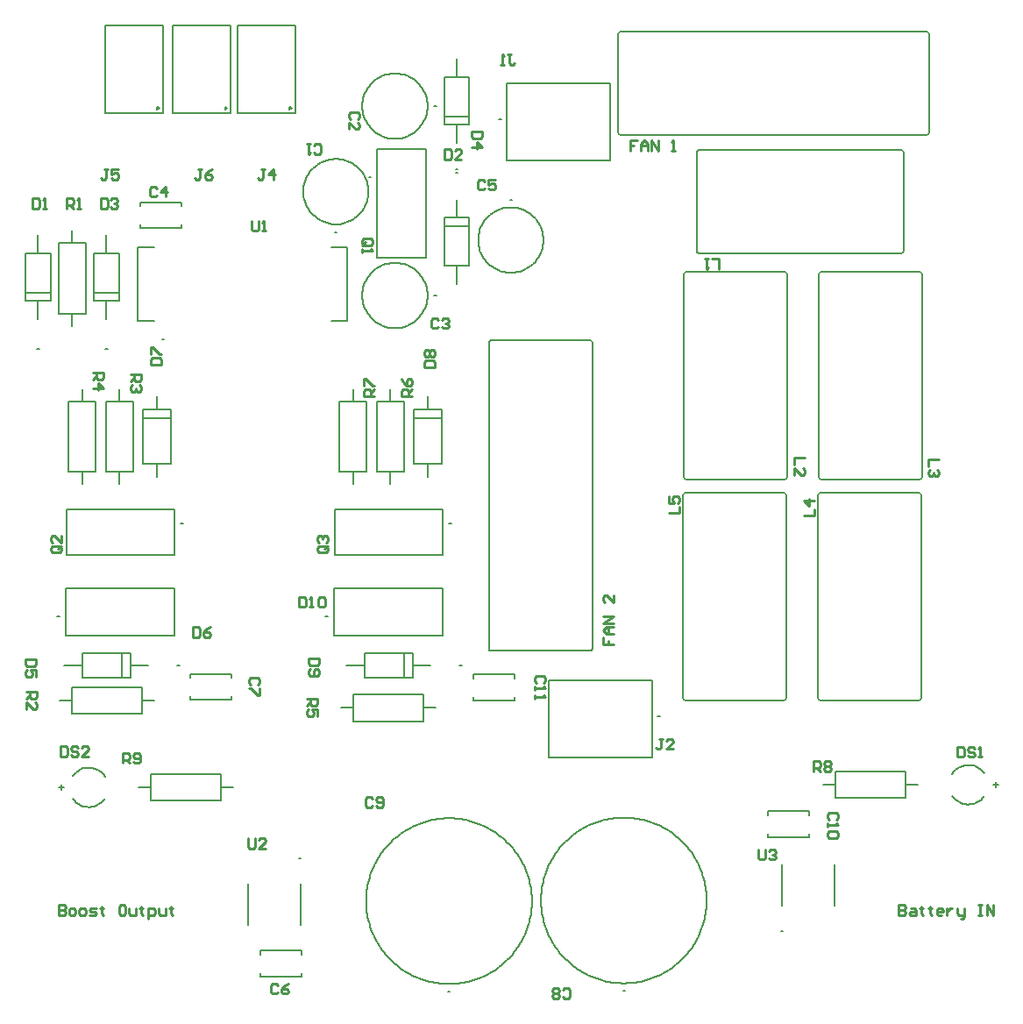
<source format=gto>
G04*
G04 #@! TF.GenerationSoftware,Altium Limited,Altium Designer,23.8.1 (32)*
G04*
G04 Layer_Color=65535*
%FSLAX25Y25*%
%MOIN*%
G70*
G04*
G04 #@! TF.SameCoordinates,330DCB93-C80B-4371-A5EC-CE9DA49BF17F*
G04*
G04*
G04 #@! TF.FilePolarity,Positive*
G04*
G01*
G75*
%ADD10C,0.00709*%
%ADD11C,0.00787*%
%ADD12C,0.00500*%
%ADD13C,0.01000*%
D10*
X330890Y538370D02*
X330183Y538077D01*
X329890Y537370D01*
X448000D02*
X447707Y538077D01*
X447000Y538370D01*
X329890Y500000D02*
X330183Y499293D01*
X330890Y499000D01*
X447000D02*
X447707Y499293D01*
X448000Y500000D01*
X320000Y420000D02*
X319707Y420707D01*
X319000Y421000D01*
Y302890D02*
X319707Y303183D01*
X320000Y303890D01*
X281630Y421000D02*
X280923Y420707D01*
X280630Y420000D01*
Y303890D02*
X280923Y303183D01*
X281630Y302890D01*
X445213Y361870D02*
X444920Y362577D01*
X444213Y362870D01*
Y284130D02*
X444920Y284423D01*
X445213Y285130D01*
X406843Y362870D02*
X406135Y362577D01*
X405842Y361870D01*
Y285130D02*
X406135Y284423D01*
X406843Y284130D01*
X406102Y369130D02*
X406395Y368423D01*
X407102Y368130D01*
Y446870D02*
X406395Y446577D01*
X406102Y445870D01*
X444473Y368130D02*
X445180Y368423D01*
X445472Y369130D01*
Y445870D02*
X445180Y446577D01*
X444473Y446870D01*
X393870Y361870D02*
X393577Y362577D01*
X392870Y362870D01*
Y284130D02*
X393577Y284423D01*
X393870Y285130D01*
X355500Y362870D02*
X354793Y362577D01*
X354500Y361870D01*
Y285130D02*
X354793Y284423D01*
X355500Y284130D01*
X360630Y493370D02*
X359923Y493077D01*
X359630Y492370D01*
X438370D02*
X438077Y493077D01*
X437370Y493370D01*
X359630Y455000D02*
X359923Y454293D01*
X360630Y454000D01*
X437370D02*
X438077Y454293D01*
X438370Y455000D01*
X354760Y369130D02*
X355053Y368423D01*
X355760Y368130D01*
Y446870D02*
X355053Y446577D01*
X354760Y445870D01*
X393130Y368130D02*
X393837Y368423D01*
X394130Y369130D01*
Y445870D02*
X393837Y446577D01*
X393130Y446870D01*
X448000Y500000D02*
Y537370D01*
X329890Y500000D02*
Y537370D01*
X330890Y538370D02*
X447000D01*
X330890Y499000D02*
X447000D01*
X281630Y302890D02*
X319000D01*
X281630Y421000D02*
X319000D01*
X320000Y303890D02*
Y420000D01*
X280630Y303890D02*
Y420000D01*
X445213Y285130D02*
Y361870D01*
X405842Y285130D02*
Y361870D01*
X406843Y284130D02*
X444213D01*
X406843Y362870D02*
X444213D01*
X406102Y369130D02*
Y445870D01*
X445472Y369130D02*
Y445870D01*
X407102Y446870D02*
X444473D01*
X407102Y368130D02*
X444473D01*
X393870Y285130D02*
Y361870D01*
X354500Y285130D02*
Y361870D01*
X355500Y284130D02*
X392870D01*
X355500Y362870D02*
X392870D01*
X360630Y493370D02*
X437370D01*
X360630Y454000D02*
X437370D01*
X438370Y455000D02*
Y492370D01*
X359630Y455000D02*
Y492370D01*
X354760Y369130D02*
Y445870D01*
X394130Y369130D02*
Y445870D01*
X355760Y446870D02*
X393130D01*
X355760Y368130D02*
X393130D01*
D11*
X345598Y278000D02*
X344811D01*
X345598D01*
X266348Y351248D02*
X265561D01*
X266348D01*
X260669Y438000D02*
X259882D01*
X260669D01*
X456780Y247844D02*
X457412Y247027D01*
X458151Y246304D01*
X458982Y245691D01*
X459889Y245197D01*
X460856Y244833D01*
X461864Y244606D01*
X462894Y244520D01*
X463925Y244577D01*
X464939Y244775D01*
X465916Y245111D01*
X466837Y245579D01*
X467685Y246169D01*
X468444Y246870D01*
X469099Y247669D01*
Y256331D02*
X468444Y257130D01*
X467685Y257831D01*
X466837Y258421D01*
X465916Y258889D01*
X464939Y259225D01*
X463925Y259423D01*
X462894Y259480D01*
X461864Y259394D01*
X460856Y259167D01*
X459889Y258803D01*
X458982Y258309D01*
X458151Y257696D01*
X457412Y256973D01*
X456780Y256156D01*
X268894Y484539D02*
X268106D01*
X268894D01*
X235894Y483000D02*
X235106D01*
X235894D01*
X260669Y510000D02*
X259882D01*
X260669D01*
X392531Y196244D02*
X391744D01*
X392531D01*
X219282Y315964D02*
X218494D01*
X219282D01*
X332394Y173551D02*
X331606D01*
X332394D01*
X265894Y173287D02*
X265106D01*
X265894D01*
X164348Y351248D02*
X163561D01*
X164348D01*
X163008Y297248D02*
X162221D01*
X163008D01*
X117281Y315964D02*
X116494D01*
X117281D01*
X157079Y421240D02*
X156291D01*
X157079D01*
X270354Y297248D02*
X269567D01*
X270354D01*
X109652Y417539D02*
X108864D01*
X109652D01*
X135652D02*
X134864D01*
X135652D01*
X222894Y462146D02*
X222106D01*
X222894D01*
X268894Y485961D02*
X268106D01*
X268894D01*
X289394Y474433D02*
X288606D01*
X289394D01*
X285347Y505000D02*
X284559D01*
X285347D01*
X134720Y255156D02*
X134088Y255973D01*
X133349Y256696D01*
X132518Y257309D01*
X131611Y257803D01*
X130644Y258167D01*
X129636Y258394D01*
X128606Y258480D01*
X127575Y258423D01*
X126561Y258225D01*
X125584Y257889D01*
X124663Y257421D01*
X123815Y256831D01*
X123056Y256130D01*
X122401Y255331D01*
Y246669D02*
X123056Y245870D01*
X123815Y245169D01*
X124663Y244579D01*
X125584Y244111D01*
X126561Y243775D01*
X127575Y243577D01*
X128606Y243520D01*
X129636Y243606D01*
X130644Y243833D01*
X131611Y244197D01*
X132518Y244691D01*
X133349Y245304D01*
X134088Y246027D01*
X134720Y246844D01*
X209256Y224000D02*
X208469D01*
X209256D01*
X472331Y252000D02*
X474299D01*
X473315Y251016D02*
Y252984D01*
X117201Y251000D02*
X119169D01*
X118185Y250016D02*
Y251984D01*
D12*
X257323Y438000D02*
X257283Y438998D01*
X257162Y439989D01*
X256962Y440968D01*
X256685Y441927D01*
X256330Y442861D01*
X255902Y443763D01*
X255403Y444628D01*
X254836Y445450D01*
X254204Y446224D01*
X253512Y446944D01*
X252765Y447606D01*
X251966Y448206D01*
X251122Y448740D01*
X250238Y449204D01*
X249319Y449596D01*
X248372Y449912D01*
X247402Y450151D01*
X246416Y450311D01*
X245421Y450391D01*
X244422D01*
X243426Y450311D01*
X242441Y450151D01*
X241471Y449912D01*
X240524Y449596D01*
X239605Y449204D01*
X238720Y448740D01*
X237876Y448206D01*
X237078Y447606D01*
X236330Y446944D01*
X235638Y446224D01*
X235007Y445450D01*
X234440Y444628D01*
X233940Y443763D01*
X233512Y442861D01*
X233158Y441927D01*
X232880Y440968D01*
X232680Y439989D01*
X232560Y438998D01*
X232520Y438000D01*
X232560Y437002D01*
X232680Y436011D01*
X232880Y435032D01*
X233158Y434073D01*
X233512Y433139D01*
X233940Y432237D01*
X234440Y431372D01*
X235007Y430550D01*
X235639Y429776D01*
X236330Y429056D01*
X237078Y428394D01*
X237876Y427794D01*
X238720Y427260D01*
X239605Y426796D01*
X240524Y426404D01*
X241471Y426088D01*
X242441Y425849D01*
X243426Y425689D01*
X244422Y425608D01*
X245421D01*
X246416Y425689D01*
X247402Y425849D01*
X248372Y426088D01*
X249319Y426404D01*
X250238Y426796D01*
X251122Y427260D01*
X251966Y427794D01*
X252765Y428394D01*
X253512Y429056D01*
X254204Y429776D01*
X254836Y430550D01*
X255403Y431372D01*
X255902Y432237D01*
X256330Y433139D01*
X256685Y434073D01*
X256962Y435032D01*
X257162Y436011D01*
X257283Y437002D01*
X257323Y438000D01*
Y510000D02*
X257283Y510998D01*
X257162Y511989D01*
X256962Y512968D01*
X256685Y513927D01*
X256330Y514861D01*
X255902Y515763D01*
X255403Y516628D01*
X254836Y517450D01*
X254204Y518224D01*
X253512Y518944D01*
X252765Y519606D01*
X251966Y520206D01*
X251122Y520740D01*
X250238Y521204D01*
X249319Y521596D01*
X248372Y521912D01*
X247402Y522151D01*
X246416Y522311D01*
X245421Y522392D01*
X244422D01*
X243426Y522311D01*
X242441Y522151D01*
X241471Y521912D01*
X240524Y521596D01*
X239605Y521204D01*
X238720Y520740D01*
X237876Y520206D01*
X237078Y519606D01*
X236330Y518944D01*
X235638Y518224D01*
X235007Y517450D01*
X234440Y516628D01*
X233940Y515763D01*
X233512Y514861D01*
X233158Y513927D01*
X232880Y512968D01*
X232680Y511989D01*
X232560Y510998D01*
X232520Y510000D01*
X232560Y509002D01*
X232680Y508011D01*
X232880Y507032D01*
X233158Y506073D01*
X233512Y505139D01*
X233940Y504237D01*
X234440Y503372D01*
X235007Y502550D01*
X235639Y501776D01*
X236330Y501056D01*
X237078Y500394D01*
X237876Y499794D01*
X238720Y499260D01*
X239605Y498796D01*
X240524Y498404D01*
X241471Y498088D01*
X242441Y497849D01*
X243426Y497689D01*
X244422Y497609D01*
X245421D01*
X246416Y497689D01*
X247402Y497849D01*
X248372Y498088D01*
X249319Y498404D01*
X250238Y498796D01*
X251122Y499260D01*
X251966Y499794D01*
X252765Y500394D01*
X253512Y501056D01*
X254204Y501776D01*
X254836Y502550D01*
X255403Y503372D01*
X255902Y504237D01*
X256330Y505139D01*
X256685Y506073D01*
X256962Y507032D01*
X257162Y508011D01*
X257283Y509002D01*
X257323Y510000D01*
X205612Y509205D02*
X204777Y509687D01*
Y508722D01*
X205612Y509205D01*
X363496Y208000D02*
X363480Y208999D01*
X363433Y209998D01*
X363353Y210994D01*
X363243Y211987D01*
X363100Y212976D01*
X362927Y213961D01*
X362722Y214939D01*
X362487Y215910D01*
X362220Y216874D01*
X361924Y217828D01*
X361597Y218772D01*
X361240Y219706D01*
X360854Y220628D01*
X360439Y221537D01*
X359995Y222432D01*
X359523Y223313D01*
X359023Y224179D01*
X358496Y225028D01*
X357943Y225860D01*
X357363Y226674D01*
X356758Y227470D01*
X356127Y228245D01*
X355473Y229001D01*
X354795Y229735D01*
X354094Y230447D01*
X353370Y231137D01*
X352625Y231803D01*
X351860Y232446D01*
X351074Y233063D01*
X350270Y233656D01*
X349446Y234223D01*
X348605Y234763D01*
X347748Y235276D01*
X346875Y235762D01*
X345986Y236220D01*
X345084Y236650D01*
X344168Y237051D01*
X343240Y237422D01*
X342301Y237764D01*
X341352Y238076D01*
X340393Y238357D01*
X339425Y238608D01*
X338451Y238828D01*
X337469Y239018D01*
X336482Y239176D01*
X335491Y239302D01*
X334496Y239397D01*
X333499Y239460D01*
X332500Y239492D01*
X331500D01*
X330501Y239460D01*
X329504Y239397D01*
X328509Y239302D01*
X327518Y239176D01*
X326531Y239018D01*
X325549Y238828D01*
X324574Y238608D01*
X323607Y238357D01*
X322648Y238076D01*
X321699Y237764D01*
X320760Y237422D01*
X319832Y237051D01*
X318916Y236650D01*
X318014Y236220D01*
X317125Y235762D01*
X316252Y235276D01*
X315394Y234763D01*
X314554Y234223D01*
X313731Y233656D01*
X312926Y233063D01*
X312140Y232446D01*
X311374Y231803D01*
X310630Y231137D01*
X309906Y230447D01*
X309205Y229735D01*
X308527Y229001D01*
X307873Y228245D01*
X307242Y227470D01*
X306637Y226674D01*
X306057Y225860D01*
X305504Y225028D01*
X304977Y224179D01*
X304477Y223313D01*
X304005Y222432D01*
X303561Y221537D01*
X303146Y220628D01*
X302760Y219706D01*
X302403Y218772D01*
X302077Y217828D01*
X301780Y216874D01*
X301513Y215910D01*
X301278Y214939D01*
X301073Y213961D01*
X300900Y212977D01*
X300757Y211987D01*
X300647Y210994D01*
X300567Y209998D01*
X300520Y208999D01*
X300504Y208000D01*
X300520Y207001D01*
X300567Y206002D01*
X300646Y205006D01*
X300757Y204013D01*
X300900Y203024D01*
X301073Y202039D01*
X301278Y201061D01*
X301513Y200090D01*
X301780Y199127D01*
X302077Y198172D01*
X302403Y197228D01*
X302760Y196294D01*
X303146Y195372D01*
X303561Y194463D01*
X304005Y193568D01*
X304477Y192687D01*
X304977Y191821D01*
X305504Y190972D01*
X306057Y190140D01*
X306637Y189326D01*
X307242Y188531D01*
X307873Y187755D01*
X308527Y186999D01*
X309205Y186265D01*
X309906Y185553D01*
X310630Y184863D01*
X311374Y184197D01*
X312140Y183554D01*
X312926Y182937D01*
X313730Y182344D01*
X314554Y181777D01*
X315394Y181237D01*
X316252Y180724D01*
X317125Y180238D01*
X318014Y179780D01*
X318916Y179350D01*
X319831Y178949D01*
X320759Y178578D01*
X321698Y178236D01*
X322648Y177924D01*
X323607Y177643D01*
X324574Y177392D01*
X325549Y177172D01*
X326531Y176982D01*
X327517Y176824D01*
X328509Y176698D01*
X329504Y176603D01*
X330501Y176540D01*
X331500Y176508D01*
X332500Y176508D01*
X333498Y176540D01*
X334496Y176603D01*
X335491Y176698D01*
X336482Y176824D01*
X337469Y176982D01*
X338450Y177172D01*
X339425Y177392D01*
X340393Y177643D01*
X341352Y177924D01*
X342301Y178236D01*
X343240Y178578D01*
X344168Y178949D01*
X345084Y179350D01*
X345986Y179780D01*
X346874Y180238D01*
X347748Y180724D01*
X348605Y181237D01*
X349446Y181777D01*
X350269Y182344D01*
X351074Y182937D01*
X351860Y183554D01*
X352625Y184197D01*
X353370Y184863D01*
X354094Y185553D01*
X354795Y186265D01*
X355473Y186999D01*
X356127Y187754D01*
X356757Y188530D01*
X357363Y189325D01*
X357942Y190140D01*
X358496Y190972D01*
X359023Y191821D01*
X359523Y192686D01*
X359995Y193567D01*
X360438Y194463D01*
X360854Y195372D01*
X361240Y196294D01*
X361596Y197227D01*
X361923Y198172D01*
X362220Y199126D01*
X362487Y200090D01*
X362722Y201061D01*
X362927Y202039D01*
X363100Y203023D01*
X363243Y204012D01*
X363353Y205006D01*
X363433Y206002D01*
X363480Y207000D01*
X363496Y208000D01*
X296996Y207736D02*
X296980Y208735D01*
X296933Y209734D01*
X296853Y210730D01*
X296743Y211723D01*
X296600Y212713D01*
X296427Y213697D01*
X296222Y214675D01*
X295987Y215646D01*
X295720Y216610D01*
X295424Y217564D01*
X295097Y218509D01*
X294740Y219442D01*
X294354Y220364D01*
X293939Y221273D01*
X293495Y222169D01*
X293023Y223049D01*
X292523Y223915D01*
X291996Y224764D01*
X291443Y225596D01*
X290863Y226411D01*
X290258Y227206D01*
X289627Y227981D01*
X288973Y228737D01*
X288295Y229471D01*
X287594Y230183D01*
X286870Y230873D01*
X286125Y231539D01*
X285360Y232182D01*
X284574Y232800D01*
X283769Y233392D01*
X282946Y233959D01*
X282105Y234499D01*
X281248Y235013D01*
X280375Y235498D01*
X279486Y235957D01*
X278584Y236386D01*
X277668Y236787D01*
X276741Y237158D01*
X275801Y237500D01*
X274852Y237812D01*
X273893Y238093D01*
X272925Y238345D01*
X271951Y238565D01*
X270969Y238754D01*
X269982Y238912D01*
X268991Y239038D01*
X267996Y239133D01*
X266999Y239197D01*
X266000Y239228D01*
X265000D01*
X264001Y239197D01*
X263004Y239133D01*
X262009Y239038D01*
X261018Y238912D01*
X260031Y238754D01*
X259049Y238565D01*
X258074Y238345D01*
X257107Y238093D01*
X256148Y237812D01*
X255199Y237500D01*
X254259Y237158D01*
X253332Y236787D01*
X252416Y236386D01*
X251514Y235957D01*
X250625Y235498D01*
X249752Y235013D01*
X248895Y234499D01*
X248054Y233959D01*
X247231Y233392D01*
X246426Y232800D01*
X245640Y232182D01*
X244875Y231539D01*
X244130Y230873D01*
X243406Y230183D01*
X242705Y229471D01*
X242027Y228737D01*
X241373Y227981D01*
X240742Y227206D01*
X240137Y226411D01*
X239557Y225596D01*
X239004Y224764D01*
X238477Y223915D01*
X237977Y223049D01*
X237505Y222169D01*
X237061Y221273D01*
X236646Y220364D01*
X236260Y219442D01*
X235903Y218509D01*
X235577Y217564D01*
X235280Y216610D01*
X235013Y215646D01*
X234778Y214675D01*
X234573Y213697D01*
X234400Y212713D01*
X234257Y211723D01*
X234147Y210730D01*
X234067Y209734D01*
X234020Y208736D01*
X234004Y207736D01*
X234020Y206737D01*
X234067Y205739D01*
X234146Y204742D01*
X234257Y203749D01*
X234400Y202760D01*
X234573Y201776D01*
X234778Y200797D01*
X235013Y199826D01*
X235280Y198863D01*
X235577Y197908D01*
X235903Y196964D01*
X236260Y196030D01*
X236646Y195109D01*
X237061Y194200D01*
X237505Y193304D01*
X237977Y192423D01*
X238477Y191558D01*
X239004Y190708D01*
X239557Y189876D01*
X240137Y189062D01*
X240742Y188267D01*
X241372Y187491D01*
X242027Y186736D01*
X242705Y186002D01*
X243406Y185289D01*
X244129Y184600D01*
X244874Y183933D01*
X245640Y183291D01*
X246426Y182673D01*
X247230Y182080D01*
X248054Y181514D01*
X248894Y180973D01*
X249752Y180460D01*
X250625Y179974D01*
X251514Y179516D01*
X252416Y179086D01*
X253331Y178686D01*
X254259Y178314D01*
X255199Y177972D01*
X256148Y177661D01*
X257107Y177379D01*
X258074Y177128D01*
X259049Y176908D01*
X260031Y176719D01*
X261017Y176561D01*
X262009Y176434D01*
X263004Y176339D01*
X264001Y176276D01*
X265000Y176244D01*
X266000Y176244D01*
X266998Y176276D01*
X267996Y176339D01*
X268991Y176434D01*
X269982Y176561D01*
X270969Y176719D01*
X271950Y176908D01*
X272925Y177128D01*
X273893Y177379D01*
X274852Y177661D01*
X275801Y177972D01*
X276740Y178314D01*
X277668Y178686D01*
X278584Y179086D01*
X279486Y179516D01*
X280374Y179974D01*
X281248Y180460D01*
X282105Y180973D01*
X282946Y181513D01*
X283769Y182080D01*
X284574Y182673D01*
X285360Y183291D01*
X286125Y183933D01*
X286870Y184599D01*
X287594Y185289D01*
X288295Y186001D01*
X288973Y186735D01*
X289627Y187491D01*
X290257Y188266D01*
X290863Y189062D01*
X291442Y189876D01*
X291996Y190708D01*
X292523Y191557D01*
X293023Y192423D01*
X293495Y193304D01*
X293938Y194199D01*
X294354Y195108D01*
X294740Y196030D01*
X295096Y196964D01*
X295423Y197908D01*
X295720Y198862D01*
X295987Y199826D01*
X296222Y200797D01*
X296427Y201775D01*
X296600Y202759D01*
X296743Y203749D01*
X296853Y204742D01*
X296933Y205738D01*
X296980Y206736D01*
X296996Y207736D01*
X181108Y509205D02*
X180273Y509687D01*
Y508722D01*
X181108Y509205D01*
X155360D02*
X154525Y509687D01*
Y508722D01*
X155360Y509205D01*
X234902Y477500D02*
X234861Y478498D01*
X234741Y479489D01*
X234541Y480468D01*
X234263Y481427D01*
X233909Y482361D01*
X233481Y483263D01*
X232982Y484128D01*
X232414Y484950D01*
X231783Y485724D01*
X231091Y486444D01*
X230343Y487106D01*
X229545Y487706D01*
X228701Y488240D01*
X227817Y488704D01*
X226898Y489096D01*
X225950Y489412D01*
X224981Y489651D01*
X223995Y489811D01*
X222999Y489891D01*
X222001D01*
X221005Y489811D01*
X220019Y489651D01*
X219050Y489412D01*
X218102Y489096D01*
X217183Y488704D01*
X216299Y488240D01*
X215455Y487706D01*
X214657Y487106D01*
X213909Y486444D01*
X213217Y485724D01*
X212586Y484950D01*
X212018Y484128D01*
X211519Y483263D01*
X211091Y482361D01*
X210737Y481427D01*
X210459Y480468D01*
X210259Y479489D01*
X210139Y478498D01*
X210098Y477500D01*
X210139Y476502D01*
X210259Y475511D01*
X210459Y474532D01*
X210737Y473573D01*
X211091Y472639D01*
X211519Y471737D01*
X212018Y470872D01*
X212586Y470050D01*
X213217Y469276D01*
X213909Y468556D01*
X214657Y467894D01*
X215455Y467294D01*
X216299Y466760D01*
X217184Y466296D01*
X218102Y465904D01*
X219050Y465588D01*
X220019Y465349D01*
X221005Y465189D01*
X222001Y465108D01*
X222999D01*
X223995Y465189D01*
X224981Y465349D01*
X225950Y465588D01*
X226898Y465904D01*
X227817Y466296D01*
X228701Y466760D01*
X229545Y467294D01*
X230343Y467894D01*
X231091Y468556D01*
X231783Y469276D01*
X232414Y470050D01*
X232982Y470872D01*
X233481Y471737D01*
X233909Y472639D01*
X234263Y473573D01*
X234541Y474532D01*
X234741Y475511D01*
X234861Y476502D01*
X234902Y477500D01*
X301402Y459079D02*
X301361Y460077D01*
X301241Y461068D01*
X301041Y462047D01*
X300763Y463006D01*
X300409Y463940D01*
X299981Y464842D01*
X299482Y465707D01*
X298914Y466529D01*
X298283Y467303D01*
X297591Y468023D01*
X296843Y468685D01*
X296045Y469285D01*
X295201Y469819D01*
X294317Y470283D01*
X293398Y470674D01*
X292450Y470991D01*
X291481Y471230D01*
X290495Y471390D01*
X289499Y471470D01*
X288501D01*
X287505Y471390D01*
X286519Y471230D01*
X285550Y470991D01*
X284602Y470674D01*
X283683Y470283D01*
X282799Y469819D01*
X281955Y469285D01*
X281157Y468685D01*
X280409Y468023D01*
X279717Y467303D01*
X279086Y466529D01*
X278518Y465707D01*
X278019Y464842D01*
X277591Y463940D01*
X277237Y463006D01*
X276959Y462047D01*
X276759Y461068D01*
X276639Y460077D01*
X276598Y459079D01*
X276639Y458081D01*
X276759Y457089D01*
X276959Y456111D01*
X277237Y455152D01*
X277591Y454218D01*
X278019Y453315D01*
X278518Y452451D01*
X279086Y451629D01*
X279717Y450855D01*
X280409Y450135D01*
X281157Y449472D01*
X281955Y448872D01*
X282799Y448339D01*
X283684Y447874D01*
X284602Y447483D01*
X285550Y447167D01*
X286519Y446928D01*
X287505Y446768D01*
X288501Y446687D01*
X289499D01*
X290495Y446768D01*
X291481Y446928D01*
X292450Y447167D01*
X293398Y447483D01*
X294317Y447874D01*
X295201Y448339D01*
X296045Y448873D01*
X296843Y449472D01*
X297591Y450135D01*
X298283Y450855D01*
X298914Y451629D01*
X299482Y452451D01*
X299981Y453315D01*
X300409Y454218D01*
X300763Y455152D01*
X301041Y456111D01*
X301241Y457089D01*
X301361Y458081D01*
X301402Y459079D01*
X303472Y262252D02*
Y291779D01*
X342843D01*
Y262252D02*
Y291779D01*
X303472Y262252D02*
X342843D01*
X263002Y339309D02*
Y356809D01*
X221998Y339309D02*
X263002D01*
X221998D02*
Y356809D01*
X263002D01*
X439232Y246882D02*
Y252000D01*
Y257118D01*
X412461D02*
X439232D01*
X412461Y252000D02*
Y257118D01*
Y246882D02*
Y252000D01*
Y246882D02*
X439232D01*
Y252000D02*
X443878D01*
X407815D02*
X412461D01*
X268500Y495996D02*
Y502886D01*
Y521114D02*
Y528004D01*
X263825Y502886D02*
Y521114D01*
X268500D01*
X273175D01*
Y502886D02*
Y521114D01*
X268500Y502886D02*
X273175D01*
X263825D02*
X268500D01*
X264000Y506000D02*
X273000D01*
X238256Y493748D02*
X256760D01*
X238256Y452252D02*
Y493748D01*
Y452252D02*
X256760D01*
Y493748D01*
X193626Y188921D02*
X209374D01*
X193626Y179079D02*
X209374D01*
Y187524D02*
Y188921D01*
X193626Y187524D02*
Y188921D01*
X209374Y179079D02*
Y180476D01*
X193626Y179079D02*
Y180476D01*
X386626Y241921D02*
X402374D01*
X386626Y232079D02*
X402374D01*
Y240524D02*
Y241921D01*
X386626Y240524D02*
Y241921D01*
X402374Y232079D02*
Y233476D01*
X386626Y232079D02*
Y233476D01*
X411941Y205870D02*
Y221618D01*
X392059Y205870D02*
Y221618D01*
X221831Y308712D02*
X263169D01*
Y326783D01*
X221831D02*
X263169D01*
X221831Y308712D02*
Y326783D01*
X185016Y507354D02*
X206984D01*
X185016Y540819D02*
X206984D01*
X185016Y507354D02*
Y540819D01*
X206984Y507354D02*
Y540819D01*
X160512Y507354D02*
X182480D01*
X160512Y540819D02*
X182480D01*
X160512Y507354D02*
Y540819D01*
X182480Y507354D02*
Y540819D01*
X134764Y507354D02*
X156732D01*
X134764Y540819D02*
X156732D01*
X134764Y507354D02*
Y540819D01*
X156732Y507354D02*
Y540819D01*
X148732Y278882D02*
Y284000D01*
Y289118D01*
X121961D02*
X148732D01*
X121961Y284000D02*
Y289118D01*
Y278882D02*
Y284000D01*
Y278882D02*
X148732D01*
Y284000D02*
X153378D01*
X117315D02*
X121961D01*
X161002Y339309D02*
Y356809D01*
X119998Y339309D02*
X161002D01*
X119998D02*
Y356809D01*
X161002D01*
X167126Y284326D02*
X182874D01*
X167126Y294169D02*
X182874D01*
X167126Y284326D02*
Y285724D01*
X182874Y284326D02*
Y285724D01*
X167126Y292771D02*
Y294169D01*
X182874Y292771D02*
Y294169D01*
X144268Y297248D02*
X151157D01*
X119150D02*
X126039D01*
Y292572D02*
X144268D01*
X126039D02*
Y297248D01*
Y301923D01*
X144268D01*
Y297248D02*
Y301923D01*
Y292572D02*
Y297248D01*
X141154Y292748D02*
Y301748D01*
X119831Y308712D02*
X161169D01*
Y326783D01*
X119831D02*
X161169D01*
X119831Y308712D02*
Y326783D01*
X147236Y428484D02*
X153311D01*
X147236D02*
Y456516D01*
X153311D01*
X220689D02*
X226764D01*
Y428484D02*
Y456516D01*
X220689Y428484D02*
X226764D01*
X126000Y397634D02*
X131118D01*
X120882D02*
X126000D01*
X120882Y370862D02*
Y397634D01*
Y370862D02*
X126000D01*
X131118D01*
Y397634D01*
X126000D02*
Y402279D01*
Y366216D02*
Y370862D01*
X140152Y397634D02*
X145270D01*
X135034D02*
X140152D01*
X135034Y370862D02*
Y397634D01*
Y370862D02*
X140152D01*
X145270D01*
Y397634D01*
X140152D02*
Y402279D01*
Y366216D02*
Y370862D01*
X154500Y368992D02*
Y374110D01*
Y394582D02*
Y399700D01*
Y374110D02*
X159815D01*
X149185D02*
X154500D01*
X149185Y394582D02*
X154500D01*
X159815D01*
X149185Y391334D02*
X159815D01*
X149185Y374110D02*
Y391334D01*
Y394582D01*
X159815Y391334D02*
Y394582D01*
Y374110D02*
Y391334D01*
X257500Y368992D02*
Y374110D01*
Y394582D02*
Y399700D01*
Y374110D02*
X262815D01*
X252185D02*
X257500D01*
X252185Y394582D02*
X257500D01*
X262815D01*
X252185Y391334D02*
X262815D01*
X252185Y374110D02*
Y391334D01*
Y394582D01*
X262815Y391334D02*
Y394582D01*
Y374110D02*
Y391334D01*
X229000Y397634D02*
X234118D01*
X223882D02*
X229000D01*
X223882Y370862D02*
Y397634D01*
Y370862D02*
X229000D01*
X234118D01*
Y397634D01*
X229000D02*
Y402279D01*
Y366216D02*
Y370862D01*
X243152Y397634D02*
X248270D01*
X238034D02*
X243152D01*
X238034Y370862D02*
Y397634D01*
Y370862D02*
X243152D01*
X248270D01*
Y397634D01*
X243152D02*
Y402279D01*
Y366216D02*
Y370862D01*
X255886Y276130D02*
Y281248D01*
Y286366D01*
X229114D02*
X255886D01*
X229114Y281248D02*
Y286366D01*
Y276130D02*
Y281248D01*
Y276130D02*
X255886D01*
Y281248D02*
X260531D01*
X224468D02*
X229114D01*
X251614Y297248D02*
X258504D01*
X226496D02*
X233386D01*
Y292572D02*
X251614D01*
X233386D02*
Y297248D01*
Y301923D01*
X251614D01*
Y297248D02*
Y301923D01*
Y292572D02*
Y297248D01*
X248500Y292748D02*
Y301748D01*
X274626Y284079D02*
X290374D01*
X274626Y293921D02*
X290374D01*
X274626Y284079D02*
Y285476D01*
X290374Y284079D02*
Y285476D01*
X274626Y292524D02*
Y293921D01*
X290374Y292524D02*
Y293921D01*
X109258Y428996D02*
Y435886D01*
Y454114D02*
Y461004D01*
X104583Y435886D02*
Y454114D01*
X109258D01*
X113933D01*
Y435886D02*
Y454114D01*
X109258Y435886D02*
X113933D01*
X104583D02*
X109258D01*
X104758Y439000D02*
X113758D01*
X117140Y431114D02*
X122258D01*
X127376D01*
Y457886D01*
X122258D02*
X127376D01*
X117140D02*
X122258D01*
X117140Y431114D02*
Y457886D01*
X122258Y426469D02*
Y431114D01*
Y457886D02*
Y462532D01*
X135258Y428996D02*
Y435886D01*
Y454114D02*
Y461004D01*
X130583Y435886D02*
Y454114D01*
X135258D01*
X139933D01*
Y435886D02*
Y454114D01*
X135258Y435886D02*
X139933D01*
X130583D02*
X135258D01*
X130758Y439000D02*
X139758D01*
X148126Y473421D02*
X163874D01*
X148126Y463579D02*
X163874D01*
Y472024D02*
Y473421D01*
X148126Y472024D02*
Y473421D01*
X163874Y463579D02*
Y464976D01*
X148126Y463579D02*
Y464976D01*
X268500Y467614D02*
Y474504D01*
Y442496D02*
Y449386D01*
X273175D02*
Y467614D01*
X268500Y449386D02*
X273175D01*
X263825D02*
X268500D01*
X263825D02*
Y467614D01*
X268500D01*
X273175D01*
X264000Y464500D02*
X273000D01*
X287315Y489252D02*
X326685D01*
X287315D02*
Y518780D01*
X326685D01*
Y489252D02*
Y518780D01*
X152114Y251000D02*
Y256118D01*
Y245882D02*
Y251000D01*
Y245882D02*
X178886D01*
Y251000D01*
Y256118D01*
X152114D02*
X178886D01*
X147468Y251000D02*
X152114D01*
X178886D02*
X183531D01*
X189059Y198626D02*
Y214374D01*
X208941Y198626D02*
Y214374D01*
D13*
X117000Y206248D02*
Y202312D01*
X118968D01*
X119624Y202968D01*
Y203624D01*
X118968Y204280D01*
X117000D01*
X118968D01*
X119624Y204936D01*
Y205592D01*
X118968Y206248D01*
X117000D01*
X121592Y202312D02*
X122904D01*
X123560Y202968D01*
Y204280D01*
X122904Y204936D01*
X121592D01*
X120936Y204280D01*
Y202968D01*
X121592Y202312D01*
X125527D02*
X126839D01*
X127495Y202968D01*
Y204280D01*
X126839Y204936D01*
X125527D01*
X124872Y204280D01*
Y202968D01*
X125527Y202312D01*
X128807D02*
X130775D01*
X131431Y202968D01*
X130775Y203624D01*
X129463D01*
X128807Y204280D01*
X129463Y204936D01*
X131431D01*
X133399Y205592D02*
Y204936D01*
X132743D01*
X134055D01*
X133399D01*
Y202968D01*
X134055Y202312D01*
X141926Y206248D02*
X140614D01*
X139959Y205592D01*
Y202968D01*
X140614Y202312D01*
X141926D01*
X142582Y202968D01*
Y205592D01*
X141926Y206248D01*
X143894Y204936D02*
Y202968D01*
X144550Y202312D01*
X146518D01*
Y204936D01*
X148486Y205592D02*
Y204936D01*
X147830D01*
X149142D01*
X148486D01*
Y202968D01*
X149142Y202312D01*
X151110Y201000D02*
Y204936D01*
X153078D01*
X153734Y204280D01*
Y202968D01*
X153078Y202312D01*
X151110D01*
X155045Y204936D02*
Y202968D01*
X155701Y202312D01*
X157669D01*
Y204936D01*
X159637Y205592D02*
Y204936D01*
X158981D01*
X160293D01*
X159637D01*
Y202968D01*
X160293Y202312D01*
X436500Y206248D02*
Y202312D01*
X438468D01*
X439124Y202968D01*
Y203624D01*
X438468Y204280D01*
X436500D01*
X438468D01*
X439124Y204936D01*
Y205592D01*
X438468Y206248D01*
X436500D01*
X441092Y204936D02*
X442404D01*
X443060Y204280D01*
Y202312D01*
X441092D01*
X440436Y202968D01*
X441092Y203624D01*
X443060D01*
X445027Y205592D02*
Y204936D01*
X444372D01*
X445683D01*
X445027D01*
Y202968D01*
X445683Y202312D01*
X448307Y205592D02*
Y204936D01*
X447651D01*
X448963D01*
X448307D01*
Y202968D01*
X448963Y202312D01*
X452899D02*
X451587D01*
X450931Y202968D01*
Y204280D01*
X451587Y204936D01*
X452899D01*
X453555Y204280D01*
Y203624D01*
X450931D01*
X454867Y204936D02*
Y202312D01*
Y203624D01*
X455523Y204280D01*
X456179Y204936D01*
X456835D01*
X458803D02*
Y202968D01*
X459458Y202312D01*
X461426D01*
Y201656D01*
X460770Y201000D01*
X460114D01*
X461426Y202312D02*
Y204936D01*
X466674Y206248D02*
X467986D01*
X467330D01*
Y202312D01*
X466674D01*
X467986D01*
X469954D02*
Y206248D01*
X472578Y202312D01*
Y206248D01*
X324064Y308124D02*
Y305500D01*
X326032D01*
Y306812D01*
Y305500D01*
X328000D01*
Y309436D02*
X325376D01*
X324064Y310748D01*
X325376Y312060D01*
X328000D01*
X326032D01*
Y309436D01*
X328000Y313371D02*
X324064D01*
X328000Y315995D01*
X324064D01*
X328000Y323867D02*
Y321243D01*
X325376Y323867D01*
X324720D01*
X324064Y323211D01*
Y321899D01*
X324720Y321243D01*
X337124Y496936D02*
X334500D01*
Y494968D01*
X335812D01*
X334500D01*
Y493000D01*
X338436D02*
Y495624D01*
X339748Y496936D01*
X341060Y495624D01*
Y493000D01*
Y494968D01*
X338436D01*
X342372Y493000D02*
Y496936D01*
X344995Y493000D01*
Y496936D01*
X350243Y493000D02*
X351555D01*
X350899D01*
Y496936D01*
X350243Y496280D01*
X346844Y269468D02*
X345532D01*
X346188D01*
Y266188D01*
X345532Y265532D01*
X344876D01*
X344220Y266188D01*
X350780Y265532D02*
X348156D01*
X350780Y268156D01*
Y268812D01*
X350124Y269468D01*
X348812D01*
X348156Y268812D01*
X383220Y227468D02*
Y224188D01*
X383876Y223532D01*
X385188D01*
X385844Y224188D01*
Y227468D01*
X387156Y226812D02*
X387812Y227468D01*
X389124D01*
X389780Y226812D01*
Y226156D01*
X389124Y225500D01*
X388468D01*
X389124D01*
X389780Y224844D01*
Y224188D01*
X389124Y223532D01*
X387812D01*
X387156Y224188D01*
X189100Y231736D02*
Y228456D01*
X189756Y227800D01*
X191068D01*
X191724Y228456D01*
Y231736D01*
X195660Y227800D02*
X193036D01*
X195660Y230424D01*
Y231080D01*
X195004Y231736D01*
X193692D01*
X193036Y231080D01*
X190376Y466468D02*
Y463188D01*
X191032Y462532D01*
X192344D01*
X193000Y463188D01*
Y466468D01*
X194312Y462532D02*
X195624D01*
X194968D01*
Y466468D01*
X194312Y465812D01*
X141400Y260200D02*
Y264136D01*
X143368D01*
X144024Y263480D01*
Y262168D01*
X143368Y261512D01*
X141400D01*
X142712D02*
X144024Y260200D01*
X145336Y260856D02*
X145992Y260200D01*
X147304D01*
X147960Y260856D01*
Y263480D01*
X147304Y264136D01*
X145992D01*
X145336Y263480D01*
Y262824D01*
X145992Y262168D01*
X147960D01*
X404220Y257032D02*
Y260968D01*
X406188D01*
X406844Y260312D01*
Y259000D01*
X406188Y258344D01*
X404220D01*
X405532D02*
X406844Y257032D01*
X408156Y260312D02*
X408812Y260968D01*
X410124D01*
X410780Y260312D01*
Y259656D01*
X410124Y259000D01*
X410780Y258344D01*
Y257688D01*
X410124Y257032D01*
X408812D01*
X408156Y257688D01*
Y258344D01*
X408812Y259000D01*
X408156Y259656D01*
Y260312D01*
X408812Y259000D02*
X410124D01*
X236968Y399720D02*
X233032D01*
Y401688D01*
X233688Y402344D01*
X235000D01*
X235656Y401688D01*
Y399720D01*
Y401032D02*
X236968Y402344D01*
X233032Y403656D02*
Y406280D01*
X233688D01*
X236312Y403656D01*
X236968D01*
X251468Y399720D02*
X247532D01*
Y401688D01*
X248188Y402344D01*
X249500D01*
X250156Y401688D01*
Y399720D01*
Y401032D02*
X251468Y402344D01*
X247532Y406280D02*
X248188Y404968D01*
X249500Y403656D01*
X250812D01*
X251468Y404312D01*
Y405624D01*
X250812Y406280D01*
X250156D01*
X249500Y405624D01*
Y403656D01*
X211532Y284527D02*
X215468D01*
Y282559D01*
X214812Y281904D01*
X213500D01*
X212844Y282559D01*
Y284527D01*
Y283215D02*
X211532Y281904D01*
X215468Y277968D02*
Y280592D01*
X213500D01*
X214156Y279280D01*
Y278624D01*
X213500Y277968D01*
X212188D01*
X211532Y278624D01*
Y279936D01*
X212188Y280592D01*
X130032Y408527D02*
X133968D01*
Y406560D01*
X133312Y405904D01*
X132000D01*
X131344Y406560D01*
Y408527D01*
Y407215D02*
X130032Y405904D01*
Y402624D02*
X133968D01*
X132000Y404592D01*
Y401968D01*
X144532Y407871D02*
X148468D01*
Y405904D01*
X147812Y405248D01*
X146500D01*
X145844Y405904D01*
Y407871D01*
Y406560D02*
X144532Y405248D01*
X147812Y403936D02*
X148468Y403280D01*
Y401968D01*
X147812Y401312D01*
X147156D01*
X146500Y401968D01*
Y402624D01*
Y401968D01*
X145844Y401312D01*
X145188D01*
X144532Y401968D01*
Y403280D01*
X145188Y403936D01*
X104725Y287280D02*
X108661D01*
Y285312D01*
X108005Y284656D01*
X106693D01*
X106037Y285312D01*
Y287280D01*
Y285968D02*
X104725Y284656D01*
Y280720D02*
Y283344D01*
X107349Y280720D01*
X108005D01*
X108661Y281376D01*
Y282688D01*
X108005Y283344D01*
X120134Y471032D02*
Y474968D01*
X122102D01*
X122758Y474312D01*
Y473000D01*
X122102Y472344D01*
X120134D01*
X121446D02*
X122758Y471032D01*
X124070D02*
X125382D01*
X124726D01*
Y474968D01*
X124070Y474312D01*
X218812Y342844D02*
X216188D01*
X215532Y342188D01*
Y340876D01*
X216188Y340220D01*
X218812D01*
X219468Y340876D01*
Y342188D01*
X218156Y341532D02*
X219468Y342844D01*
Y342188D02*
X218812Y342844D01*
X216188Y344156D02*
X215532Y344812D01*
Y346124D01*
X216188Y346780D01*
X216844D01*
X217500Y346124D01*
Y345468D01*
Y346124D01*
X218156Y346780D01*
X218812D01*
X219468Y346124D01*
Y344812D01*
X218812Y344156D01*
X117312Y342844D02*
X114688D01*
X114032Y342188D01*
Y340876D01*
X114688Y340220D01*
X117312D01*
X117968Y340876D01*
Y342188D01*
X116656Y341532D02*
X117968Y342844D01*
Y342188D02*
X117312Y342844D01*
X117968Y346780D02*
Y344156D01*
X115344Y346780D01*
X114688D01*
X114032Y346124D01*
Y344812D01*
X114688Y344156D01*
X233188Y457000D02*
X235812D01*
X236468Y457656D01*
Y458968D01*
X235812Y459624D01*
X233188D01*
X232532Y458968D01*
Y457656D01*
X233844Y458312D02*
X232532Y457000D01*
Y457656D02*
X233188Y457000D01*
X232532Y455688D02*
Y454376D01*
Y455032D01*
X236468D01*
X235812Y455688D01*
X349032Y355220D02*
X352968D01*
Y357844D01*
X349032Y361780D02*
Y359156D01*
X351000D01*
X350344Y360468D01*
Y361124D01*
X351000Y361780D01*
X352312D01*
X352968Y361124D01*
Y359812D01*
X352312Y359156D01*
X400532Y354220D02*
X404468D01*
Y356844D01*
Y360124D02*
X400532D01*
X402500Y358156D01*
Y360780D01*
X451625Y375780D02*
X447690D01*
Y373156D01*
X450969Y371844D02*
X451625Y371188D01*
Y369876D01*
X450969Y369220D01*
X450314D01*
X449657Y369876D01*
Y370532D01*
Y369876D01*
X449002Y369220D01*
X448346D01*
X447690Y369876D01*
Y371188D01*
X448346Y371844D01*
X400625Y376280D02*
X396690D01*
Y373656D01*
Y369720D02*
Y372344D01*
X399313Y369720D01*
X399969D01*
X400625Y370376D01*
Y371688D01*
X399969Y372344D01*
X368124Y448162D02*
Y452098D01*
X365500D01*
X364188D02*
X362876D01*
X363532D01*
Y448162D01*
X364188Y448818D01*
X171344Y485968D02*
X170032D01*
X170688D01*
Y482688D01*
X170032Y482032D01*
X169376D01*
X168720Y482688D01*
X175280Y485968D02*
X173968Y485312D01*
X172656Y484000D01*
Y482688D01*
X173312Y482032D01*
X174624D01*
X175280Y482688D01*
Y483344D01*
X174624Y484000D01*
X172656D01*
X135844Y485968D02*
X134532D01*
X135188D01*
Y482688D01*
X134532Y482032D01*
X133876D01*
X133220Y482688D01*
X139780Y485968D02*
X137156D01*
Y484000D01*
X138468Y484656D01*
X139124D01*
X139780Y484000D01*
Y482688D01*
X139124Y482032D01*
X137812D01*
X137156Y482688D01*
X287776Y529636D02*
X289088D01*
X288432D01*
Y526356D01*
X289088Y525700D01*
X289744D01*
X290400Y526356D01*
X286464Y525700D02*
X285152D01*
X285808D01*
Y529636D01*
X286464Y528980D01*
X195344Y485968D02*
X194032D01*
X194688D01*
Y482688D01*
X194032Y482032D01*
X193376D01*
X192720Y482688D01*
X198624Y482032D02*
Y485968D01*
X196656Y484000D01*
X199280D01*
X117800Y266736D02*
Y262800D01*
X119768D01*
X120424Y263456D01*
Y266080D01*
X119768Y266736D01*
X117800D01*
X124360Y266080D02*
X123704Y266736D01*
X122392D01*
X121736Y266080D01*
Y265424D01*
X122392Y264768D01*
X123704D01*
X124360Y264112D01*
Y263456D01*
X123704Y262800D01*
X122392D01*
X121736Y263456D01*
X128295Y262800D02*
X125672D01*
X128295Y265424D01*
Y266080D01*
X127639Y266736D01*
X126327D01*
X125672Y266080D01*
X458908Y266468D02*
Y262532D01*
X460876D01*
X461532Y263188D01*
Y265812D01*
X460876Y266468D01*
X458908D01*
X465468Y265812D02*
X464812Y266468D01*
X463500D01*
X462844Y265812D01*
Y265156D01*
X463500Y264500D01*
X464812D01*
X465468Y263844D01*
Y263188D01*
X464812Y262532D01*
X463500D01*
X462844Y263188D01*
X466780Y262532D02*
X468092D01*
X467436D01*
Y266468D01*
X466780Y265812D01*
X208580Y323468D02*
Y319532D01*
X210548D01*
X211204Y320188D01*
Y322812D01*
X210548Y323468D01*
X208580D01*
X212516Y319532D02*
X213828D01*
X213172D01*
Y323468D01*
X212516Y322812D01*
X215796D02*
X216452Y323468D01*
X217764D01*
X218420Y322812D01*
Y320188D01*
X217764Y319532D01*
X216452D01*
X215796Y320188D01*
Y322812D01*
X215968Y300027D02*
X212032D01*
Y298060D01*
X212688Y297404D01*
X215312D01*
X215968Y298060D01*
Y300027D01*
X212688Y296092D02*
X212032Y295436D01*
Y294124D01*
X212688Y293468D01*
X215312D01*
X215968Y294124D01*
Y295436D01*
X215312Y296092D01*
X214656D01*
X214000Y295436D01*
Y293468D01*
X256032Y410720D02*
X259968D01*
Y412688D01*
X259312Y413344D01*
X256688D01*
X256032Y412688D01*
Y410720D01*
X256688Y414656D02*
X256032Y415312D01*
Y416624D01*
X256688Y417280D01*
X257344D01*
X258000Y416624D01*
X258656Y417280D01*
X259312D01*
X259968Y416624D01*
Y415312D01*
X259312Y414656D01*
X258656D01*
X258000Y415312D01*
X257344Y414656D01*
X256688D01*
X258000Y415312D02*
Y416624D01*
X152032Y411720D02*
X155968D01*
Y413688D01*
X155312Y414344D01*
X152688D01*
X152032Y413688D01*
Y411720D01*
Y415656D02*
Y418280D01*
X152688D01*
X155312Y415656D01*
X155968D01*
X168220Y311968D02*
Y308032D01*
X170188D01*
X170844Y308688D01*
Y311312D01*
X170188Y311968D01*
X168220D01*
X174780D02*
X173468Y311312D01*
X172156Y310000D01*
Y308688D01*
X172812Y308032D01*
X174124D01*
X174780Y308688D01*
Y309344D01*
X174124Y310000D01*
X172156D01*
X108468Y299527D02*
X104532D01*
Y297559D01*
X105188Y296904D01*
X107812D01*
X108468Y297559D01*
Y299527D01*
Y292968D02*
Y295592D01*
X106500D01*
X107156Y294280D01*
Y293624D01*
X106500Y292968D01*
X105188D01*
X104532Y293624D01*
Y294936D01*
X105188Y295592D01*
X132978Y474968D02*
Y471032D01*
X134946D01*
X135602Y471688D01*
Y474312D01*
X134946Y474968D01*
X132978D01*
X136914Y474312D02*
X137570Y474968D01*
X138882D01*
X139538Y474312D01*
Y473656D01*
X138882Y473000D01*
X138226D01*
X138882D01*
X139538Y472344D01*
Y471688D01*
X138882Y471032D01*
X137570D01*
X136914Y471688D01*
X277968Y500280D02*
X274032D01*
Y498312D01*
X274688Y497656D01*
X277312D01*
X277968Y498312D01*
Y500280D01*
X274032Y494376D02*
X277968D01*
X276000Y496344D01*
Y493720D01*
X107134Y474968D02*
Y471032D01*
X109102D01*
X109758Y471688D01*
Y474312D01*
X109102Y474968D01*
X107134D01*
X111070Y471032D02*
X112382D01*
X111726D01*
Y474968D01*
X111070Y474312D01*
X263700Y493636D02*
Y489700D01*
X265668D01*
X266324Y490356D01*
Y492980D01*
X265668Y493636D01*
X263700D01*
X270260Y489700D02*
X267636D01*
X270260Y492324D01*
Y492980D01*
X269604Y493636D01*
X268292D01*
X267636Y492980D01*
X236524Y246580D02*
X235868Y247236D01*
X234556D01*
X233900Y246580D01*
Y243956D01*
X234556Y243300D01*
X235868D01*
X236524Y243956D01*
X237836D02*
X238492Y243300D01*
X239804D01*
X240460Y243956D01*
Y246580D01*
X239804Y247236D01*
X238492D01*
X237836Y246580D01*
Y245924D01*
X238492Y245268D01*
X240460D01*
X308735Y171452D02*
X309391Y170796D01*
X310703D01*
X311358Y171452D01*
Y174076D01*
X310703Y174732D01*
X309391D01*
X308735Y174076D01*
X307423Y171452D02*
X306767Y170796D01*
X305455D01*
X304799Y171452D01*
Y172108D01*
X305455Y172764D01*
X304799Y173420D01*
Y174076D01*
X305455Y174732D01*
X306767D01*
X307423Y174076D01*
Y173420D01*
X306767Y172764D01*
X307423Y172108D01*
Y171452D01*
X306767Y172764D02*
X305455D01*
X301312Y290640D02*
X301968Y291296D01*
Y292608D01*
X301312Y293264D01*
X298688D01*
X298032Y292608D01*
Y291296D01*
X298688Y290640D01*
X298032Y289328D02*
Y288016D01*
Y288672D01*
X301968D01*
X301312Y289328D01*
X298032Y286048D02*
Y284736D01*
Y285392D01*
X301968D01*
X301312Y286048D01*
X412812Y238796D02*
X413468Y239452D01*
Y240764D01*
X412812Y241420D01*
X410188D01*
X409532Y240764D01*
Y239452D01*
X410188Y238796D01*
X409532Y237484D02*
Y236172D01*
Y236828D01*
X413468D01*
X412812Y237484D01*
Y234204D02*
X413468Y233548D01*
Y232236D01*
X412812Y231580D01*
X410188D01*
X409532Y232236D01*
Y233548D01*
X410188Y234204D01*
X412812D01*
X192812Y289904D02*
X193468Y290560D01*
Y291872D01*
X192812Y292527D01*
X190188D01*
X189532Y291872D01*
Y290560D01*
X190188Y289904D01*
X193468Y288592D02*
Y285968D01*
X192812D01*
X190188Y288592D01*
X189532D01*
X200344Y175812D02*
X199688Y176468D01*
X198376D01*
X197720Y175812D01*
Y173188D01*
X198376Y172532D01*
X199688D01*
X200344Y173188D01*
X204280Y176468D02*
X202968Y175812D01*
X201656Y174500D01*
Y173188D01*
X202312Y172532D01*
X203624D01*
X204280Y173188D01*
Y173844D01*
X203624Y174500D01*
X201656D01*
X154344Y478812D02*
X153688Y479468D01*
X152376D01*
X151720Y478812D01*
Y476188D01*
X152376Y475532D01*
X153688D01*
X154344Y476188D01*
X157624Y475532D02*
Y479468D01*
X155656Y477500D01*
X158280D01*
X279124Y481480D02*
X278468Y482136D01*
X277156D01*
X276500Y481480D01*
Y478856D01*
X277156Y478200D01*
X278468D01*
X279124Y478856D01*
X283060Y482136D02*
X280436D01*
Y480168D01*
X281748Y480824D01*
X282404D01*
X283060Y480168D01*
Y478856D01*
X282404Y478200D01*
X281092D01*
X280436Y478856D01*
X261344Y428812D02*
X260688Y429468D01*
X259376D01*
X258720Y428812D01*
Y426188D01*
X259376Y425532D01*
X260688D01*
X261344Y426188D01*
X262656Y428812D02*
X263312Y429468D01*
X264624D01*
X265280Y428812D01*
Y428156D01*
X264624Y427500D01*
X263968D01*
X264624D01*
X265280Y426844D01*
Y426188D01*
X264624Y425532D01*
X263312D01*
X262656Y426188D01*
X230812Y505156D02*
X231468Y505812D01*
Y507124D01*
X230812Y507780D01*
X228188D01*
X227532Y507124D01*
Y505812D01*
X228188Y505156D01*
X227532Y501220D02*
Y503844D01*
X230156Y501220D01*
X230812D01*
X231468Y501876D01*
Y503188D01*
X230812Y503844D01*
X214000Y492267D02*
X214656Y491611D01*
X215968D01*
X216624Y492267D01*
Y494891D01*
X215968Y495547D01*
X214656D01*
X214000Y494891D01*
X212688Y495547D02*
X211376D01*
X212032D01*
Y491611D01*
X212688Y492267D01*
M02*

</source>
